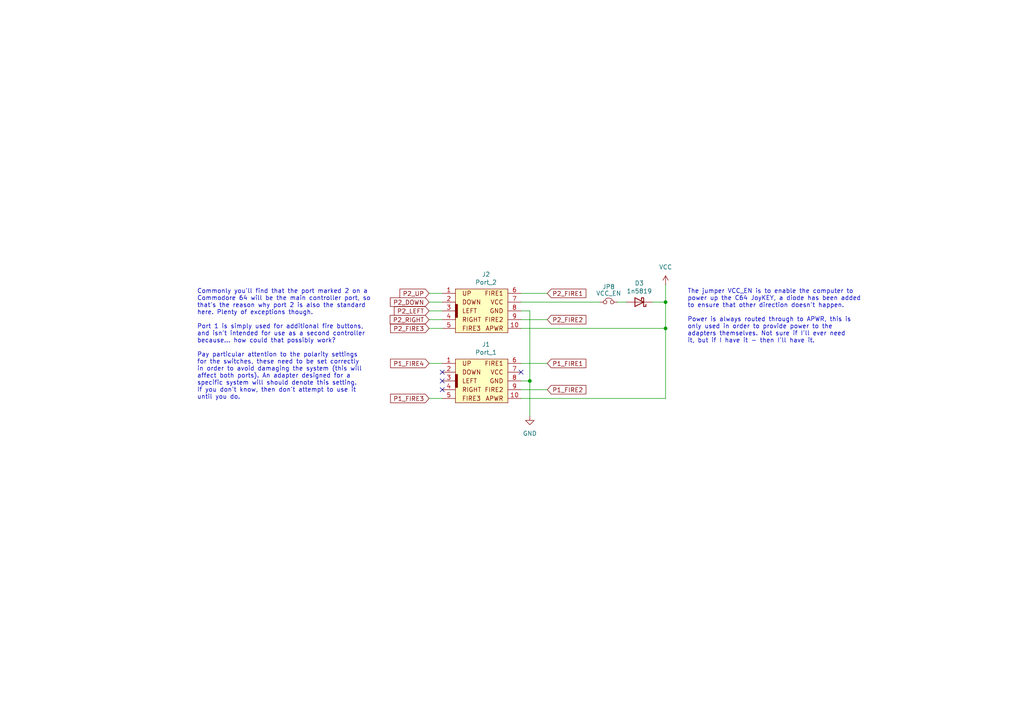
<source format=kicad_sch>
(kicad_sch (version 20231120) (generator "eeschema") (generator_version "8.0")
  (paper "A4")
  (lib_symbols
    (symbol "Diode:1N5819" (pin_numbers hide) (pin_names (offset 1.016) hide)
      (property "Reference" "D" (at 0 2.54 0))
      (property "Value" "1N5819" (at 0 -2.54 0))
      (symbol "1N5819_0_1"
        (polyline (pts (xy 1.27 0) (xy -1.27 0)))
        (polyline (pts (xy 1.27 1.27) (xy 1.27 -1.27) (xy -1.27 0) (xy 1.27 1.27)) (stroke (width 0.254)))
        (polyline (pts (xy -1.905 0.635) (xy -1.905 1.27) (xy -1.27 1.27) (xy -1.27 -1.27) (xy -0.635 -1.27) (xy -0.635 -0.635)) (stroke (width 0.254)))
      )
      (symbol "1N5819_1_1"
        (pin passive line (at -3.81 0 0) (length 2.54) (name "K") (number "1"))
        (pin passive line (at 3.81 0 180) (length 2.54) (name "A") (number "2"))
      )
    )
    (symbol "c64_idc:C64_IDC_PORT1" (pin_names (offset 1.016) hide)
      (property "Reference" "J" (at 0 7.62 0))
      (property "Value" "C64_IDC_PORT1" (at 0 -7.62 0))
      (symbol "C64_IDC_PORT1_0_1"
        (rectangle (start -7.62 1.905) (end -6.985 -1.905) (fill (type outline)))
      )
      (symbol "C64_IDC_PORT1_1_1"
        (rectangle (start -7.62 6.35) (end 7.62 -6.35) (fill (type background)))
        (text "APWR" (at 6.35 -5.08 0) (effects (font (size 1.27 1.27)) (justify right)))
        (text "DOWN" (at -5.715 2.54 0) (effects (font (size 1.27 1.27)) (justify left)))
        (text "FIRE1" (at 6.35 5.08 0) (effects (font (size 1.27 1.27)) (justify right)))
        (text "FIRE2" (at 6.35 -2.54 0) (effects (font (size 1.27 1.27)) (justify right)))
        (text "FIRE3" (at -5.715 -5.08 0) (effects (font (size 1.27 1.27)) (justify left)))
        (text "GND" (at 6.35 0 0) (effects (font (size 1.27 1.27)) (justify right)))
        (text "LEFT" (at -5.715 0 0) (effects (font (size 1.27 1.27)) (justify left)))
        (text "RIGHT" (at -5.715 -2.54 0) (effects (font (size 1.27 1.27)) (justify left)))
        (text "UP" (at -5.715 5.08 0) (effects (font (size 1.27 1.27)) (justify left)))
        (text "VCC" (at 6.35 2.54 0) (effects (font (size 1.27 1.27)) (justify right)))
        (pin passive line (at -11.43 5.08 0) (length 3.81) (name "Pin_1") (number "1"))
        (pin power_in line (at 11.43 -5.08 180) (length 3.81) (name "EX_VCC") (number "10"))
        (pin passive line (at -11.43 2.54 0) (length 3.81) (name "Pin_2") (number "2"))
        (pin passive line (at -11.43 0 0) (length 3.81) (name "Pin_3") (number "3"))
        (pin passive line (at -11.43 -2.54 0) (length 3.81) (name "Pin_4") (number "4"))
        (pin passive line (at -11.43 -5.08 0) (length 3.81) (name "Pin_5") (number "5"))
        (pin passive line (at 11.43 5.08 180) (length 3.81) (name "Pin_6") (number "6"))
        (pin power_in line (at 11.43 2.54 180) (length 3.81) (name "Pin_7") (number "7"))
        (pin power_in line (at 11.43 0 180) (length 3.81) (name "Pin_8") (number "8"))
        (pin passive line (at 11.43 -2.54 180) (length 3.81) (name "Pin_9") (number "9"))
      )
    )
    (symbol "c64_idc:C64_IDC_PORT2" (pin_names (offset 1.016) hide)
      (property "Reference" "J" (at 0 7.62 0))
      (property "Value" "C64_IDC_PORT2" (at 0 -7.62 0))
      (symbol "C64_IDC_PORT2_0_1"
        (rectangle (start -7.62 1.905) (end -6.985 -1.905) (fill (type outline)))
        (rectangle (start -7.62 2.54) (end -7.62 -2.54) (fill (type outline)))
      )
      (symbol "C64_IDC_PORT2_1_1"
        (rectangle (start -7.62 6.35) (end 7.62 -6.35) (fill (type background)))
        (text "APWR" (at 6.35 -5.08 0) (effects (font (size 1.27 1.27)) (justify right)))
        (text "DOWN" (at -5.715 2.54 0) (effects (font (size 1.27 1.27)) (justify left)))
        (text "FIRE1" (at 6.35 5.08 0) (effects (font (size 1.27 1.27)) (justify right)))
        (text "FIRE2" (at 6.35 -2.54 0) (effects (font (size 1.27 1.27)) (justify right)))
        (text "FIRE3" (at -5.715 -5.08 0) (effects (font (size 1.27 1.27)) (justify left)))
        (text "GND" (at 6.35 0 0) (effects (font (size 1.27 1.27)) (justify right)))
        (text "LEFT" (at -5.715 0 0) (effects (font (size 1.27 1.27)) (justify left)))
        (text "RIGHT" (at -5.715 -2.54 0) (effects (font (size 1.27 1.27)) (justify left)))
        (text "UP" (at -5.715 5.08 0) (effects (font (size 1.27 1.27)) (justify left)))
        (text "VCC" (at 6.35 2.54 0) (effects (font (size 1.27 1.27)) (justify right)))
        (pin passive line (at -11.43 5.08 0) (length 3.81) (name "Pin_1") (number "1"))
        (pin power_in line (at 11.43 -5.08 180) (length 3.81) (name "EX_VCC") (number "10"))
        (pin passive line (at -11.43 2.54 0) (length 3.81) (name "Pin_2") (number "2"))
        (pin passive line (at -11.43 0 0) (length 3.81) (name "Pin_3") (number "3"))
        (pin passive line (at -11.43 -2.54 0) (length 3.81) (name "Pin_4") (number "4"))
        (pin passive line (at -11.43 -5.08 0) (length 3.81) (name "Pin_5") (number "5"))
        (pin passive line (at 11.43 5.08 180) (length 3.81) (name "Pin_6") (number "6"))
        (pin power_out line (at 11.43 2.54 180) (length 3.81) (name "Pin_7") (number "7"))
        (pin power_out line (at 11.43 0 180) (length 3.81) (name "Pin_8") (number "8"))
        (pin passive line (at 11.43 -2.54 180) (length 3.81) (name "Pin_9") (number "9"))
      )
    )
    (symbol "power:GND" (power) (pin_numbers hide) (pin_names (offset 0) hide)
      (property "Value" "GND" (at 0 -3.81 0))
      (symbol "GND_0_1"
        (polyline (pts (xy 0 0) (xy 0 -1.27) (xy 1.27 -1.27) (xy 0 -2.54) (xy -1.27 -1.27) (xy 0 -1.27)))
      )
      (symbol "GND_1_1"
        (pin power_in line (at 0 0 270) (length 0) (name "~") (number "1"))
      )
    )
    (symbol "power:VCC" (power) (pin_numbers hide) (pin_names (offset 0) hide)
      (property "Value" "VCC" (at 0 3.556 0))
      (symbol "VCC_0_1"
        (polyline (pts (xy -0.762 1.27) (xy 0 2.54)))
        (polyline (pts (xy 0 0) (xy 0 2.54)))
        (polyline (pts (xy 0 2.54) (xy 0.762 1.27)))
      )
      (symbol "VCC_1_1"
        (pin power_in line (at 0 0 90) (length 0) (name "~") (number "1"))
      )
    )
    (symbol "promicro:VCC_EN" (pin_numbers hide) (pin_names (offset 0.762) hide)
      (property "Reference" "JP" (at 0 2.032 0))
      (property "Value" "VCC_EN" (at 0.254 -1.524 0))
      (symbol "VCC_EN_0_1"
        (circle (center -1.016 0) (radius 0.508))
        (circle (center 1.016 0) (radius 0.508))
        (arc (start 1.016 0.762) (mid 0 1.1828) (end -1.016 0.762))
        (pin power_in line (at -2.54 0 0) (length 1.016) (name "1") (number "1"))
        (pin power_out line (at 2.54 0 180) (length 1.016) (name "2") (number "2"))
      )
    )
  )
  (junction (at 193.04 87.63))
  (junction (at 193.04 95.25))
  (junction (at 153.67 110.49))
  (no_connect (at 128.27 110.49))
  (no_connect (at 151.13 107.95))
  (no_connect (at 128.27 113.03))
  (no_connect (at 128.27 107.95))
  (wire (pts (xy 189.23 87.63) (xy 193.04 87.63)))
  (wire (pts (xy 151.13 95.25) (xy 193.04 95.25)))
  (wire (pts (xy 151.13 115.57) (xy 193.04 115.57)))
  (wire (pts (xy 151.13 92.71) (xy 158.75 92.71)))
  (wire (pts (xy 193.04 87.63) (xy 193.04 82.55)))
  (wire (pts (xy 193.04 95.25) (xy 193.04 115.57)))
  (wire (pts (xy 153.67 90.17) (xy 153.67 110.49)))
  (wire (pts (xy 151.13 90.17) (xy 153.67 90.17)))
  (wire (pts (xy 128.27 87.63) (xy 124.46 87.63)))
  (wire (pts (xy 179.07 87.63) (xy 181.61 87.63)))
  (wire (pts (xy 124.46 85.09) (xy 128.27 85.09)))
  (wire (pts (xy 151.13 105.41) (xy 158.75 105.41)))
  (wire (pts (xy 151.13 87.63) (xy 173.99 87.63)))
  (wire (pts (xy 124.46 95.25) (xy 128.27 95.25)))
  (wire (pts (xy 124.46 115.57) (xy 128.27 115.57)))
  (wire (pts (xy 151.13 110.49) (xy 153.67 110.49)))
  (wire (pts (xy 153.67 110.49) (xy 153.67 120.65)))
  (wire (pts (xy 193.04 87.63) (xy 193.04 95.25)))
  (wire (pts (xy 151.13 85.09) (xy 158.75 85.09)))
  (wire (pts (xy 124.46 105.41) (xy 128.27 105.41)))
  (wire (pts (xy 151.13 113.03) (xy 158.75 113.03)))
  (wire (pts (xy 124.46 92.71) (xy 128.27 92.71)))
  (wire (pts (xy 124.46 90.17) (xy 128.27 90.17)))
  (text "Commonly you'll find that the port marked 2 on a\nCommodore 64 will be the main controller port, so\nthat's the reason why port 2 is also the standard\nhere. Plenty of exceptions though.\n\nPort 1 is simply used for additional fire buttons,\nand isn't intended for use as a second controller\nbecause... how could that possibly work?\n\nPay particular attention to the polarity settings\nfor the switches, these need to be set correctly\nin order to avoid damaging the system (this will\naffect both ports). An adapter designed for a\nspecific system will should denote this setting.\nIf you don't know, then don't attempt to use it\nuntil you do." (at 57.15 83.82 0) (effects (font (size 1.27 1.27)) (justify left top)))
  (text "The jumper VCC_EN is to enable the computer to\npower up the C64 JoyKEY, a diode has been added\nto ensure that other direction doesn't happen.\n\nPower is always routed through to APWR, this is\nonly used in order to provide power to the\nadapters themselves. Not sure if I'll ever need\nit, but if I have it - then I'll have it." (at 199.39 83.82 0) (effects (font (size 1.27 1.27)) (justify left top)))
  (global_label "P2_FIRE3" (shape input) (at 124.46 95.25 180) (property "Intersheetrefs" "${INTERSHEET_REFS}" (effects (hide yes))))
  (global_label "P2_FIRE2" (shape input) (at 158.75 92.71 0) (property "Intersheetrefs" "${INTERSHEET_REFS}" (effects (hide yes))))
  (global_label "P2_DOWN" (shape input) (at 124.46 87.63 180) (property "Intersheetrefs" "${INTERSHEET_REFS}" (effects (hide yes))))
  (global_label "P1_FIRE2" (shape input) (at 158.75 113.03 0) (property "Intersheetrefs" "${INTERSHEET_REFS}" (effects (hide yes))))
  (global_label "P1_FIRE1" (shape input) (at 158.75 105.41 0) (property "Intersheetrefs" "${INTERSHEET_REFS}" (effects (hide yes))))
  (global_label "P1_FIRE4" (shape input) (at 124.46 105.41 180) (property "Intersheetrefs" "${INTERSHEET_REFS}" (effects (hide yes))))
  (global_label "P1_FIRE3" (shape input) (at 124.46 115.57 180) (property "Intersheetrefs" "${INTERSHEET_REFS}" (effects (hide yes))))
  (global_label "P2_RIGHT" (shape input) (at 124.46 92.71 180) (property "Intersheetrefs" "${INTERSHEET_REFS}" (effects (hide yes))))
  (global_label "P2_LEFT" (shape input) (at 124.46 90.17 180) (property "Intersheetrefs" "${INTERSHEET_REFS}" (effects (hide yes))))
  (global_label "P2_FIRE1" (shape input) (at 158.75 85.09 0) (property "Intersheetrefs" "${INTERSHEET_REFS}" (effects (hide yes))))
  (global_label "P2_UP" (shape input) (at 124.46 85.09 180) (property "Intersheetrefs" "${INTERSHEET_REFS}" (effects (hide yes))))
  (symbol (lib_id "c64_idc:C64_IDC_PORT1") (at 139.7 110.49 0) (unit 1)
    (property "Reference" "J1" (at 140.97 99.8982 0))
    (property "Value" "Port_1" (at 140.97 102.2096 0))
    (property "Footprint" "C64 IDC:IDC_Joystick" (effects (hide yes)))
  )
  (symbol (lib_id "Diode:1N5819") (at 185.42 87.63 180) (unit 1)
    (property "Reference" "D3" (at 185.42 82.1436 0))
    (property "Value" "1n5819" (at 185.42 84.455 0))
    (property "Footprint" "Diode_THT:D_DO-41_SOD81_P10.16mm_Horizontal" (effects (hide yes)))
  )
  (symbol (lib_id "power:GND") (at 153.67 120.65 0) (unit 1)
    (property "Reference" "#PWR03" (effects (hide yes)))
    (property "Value" "GND" (at 153.67 125.73 0))
    (property "Description" "Power symbol creates a global label with name \"GND\" , ground" (effects (hide yes)))
  )
  (symbol (lib_id "promicro:VCC_EN") (at 176.53 87.63 0) (unit 1)
    (property "Reference" "JP8" (at 176.53 83.185 0))
    (property "Value" "VCC_EN" (at 176.53 85.09 0))
    (property "Footprint" "Connector_PinHeader_2.54mm:PinHeader_1x02_P2.54mm_Vertical" (effects (hide yes)))
  )
  (symbol (lib_id "c64_idc:C64_IDC_PORT2") (at 139.7 90.17 0) (unit 1)
    (property "Reference" "J2" (at 140.97 79.5782 0))
    (property "Value" "Port_2" (at 140.97 81.8896 0))
    (property "Footprint" "C64 IDC:IDC_Joystick" (effects (hide yes)))
  )
  (symbol (lib_id "power:VCC") (at 193.04 82.55 0) (unit 1)
    (property "Reference" "#PWR02" (effects (hide yes)))
    (property "Value" "VCC" (at 193.04 77.47 0))
    (property "Description" "Power symbol creates a global label with name \"VCC\"" (effects (hide yes)))
  )
)
</source>
